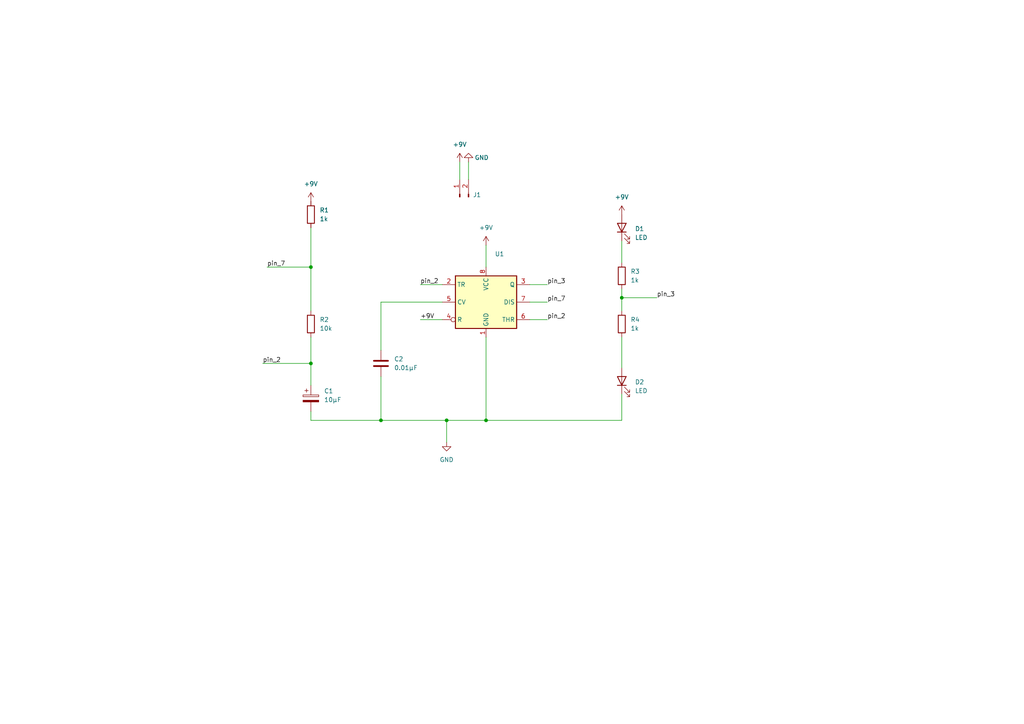
<source format=kicad_sch>
(kicad_sch (version 20211123) (generator eeschema)
  (paper "A4")
  (lib_symbols
    (symbol "Connector:Conn_01x02_Male" (pin_names (offset 1.016) hide)
      (property "Reference" "J" (at 0 2.54 0))
      (property "Value" "Conn_01x02_Male" (at 0 -5.08 0))
      (symbol "Conn_01x02_Male_1_1"
        (polyline (pts (xy 1.27 -2.54) (xy 0.8636 -2.54)) (stroke (width 0.1524)))
        (polyline (pts (xy 1.27 0) (xy 0.8636 0)) (stroke (width 0.1524)))
        (rectangle (start 0.8636 -2.413) (end 0 -2.667) (stroke (width 0.1524)) (fill (type outline)))
        (rectangle (start 0.8636 0.127) (end 0 -0.127) (stroke (width 0.1524)) (fill (type outline)))
        (pin passive line (at 5.08 0 180) (length 3.81) (name "Pin_1") (number "1"))
        (pin passive line (at 5.08 -2.54 180) (length 3.81) (name "Pin_2") (number "2"))
      )
    )
    (symbol "Device:C" (pin_numbers hide) (pin_names (offset 0.254))
      (property "Reference" "C" (at 0.635 2.54 0))
      (property "Value" "C" (at 0.635 -2.54 0))
      (symbol "C_0_1"
        (polyline (pts (xy -2.032 -0.762) (xy 2.032 -0.762)) (stroke (width 0.508)))
        (polyline (pts (xy -2.032 0.762) (xy 2.032 0.762)) (stroke (width 0.508)))
      )
      (symbol "C_1_1"
        (pin passive line (at 0 3.81 270) (length 2.794) (name "~") (number "1"))
        (pin passive line (at 0 -3.81 90) (length 2.794) (name "~") (number "2"))
      )
    )
    (symbol "Device:C_Polarized" (pin_numbers hide) (pin_names (offset 0.254))
      (property "Reference" "C" (at 0.635 2.54 0))
      (property "Value" "C_Polarized" (at 0.635 -2.54 0))
      (symbol "C_Polarized_0_1"
        (rectangle (start -2.286 0.508) (end 2.286 1.016))
        (polyline (pts (xy -1.778 2.286) (xy -0.762 2.286)))
        (polyline (pts (xy -1.27 2.794) (xy -1.27 1.778)))
        (rectangle (start 2.286 -0.508) (end -2.286 -1.016) (fill (type outline)))
      )
      (symbol "C_Polarized_1_1"
        (pin passive line (at 0 3.81 270) (length 2.794) (name "~") (number "1"))
        (pin passive line (at 0 -3.81 90) (length 2.794) (name "~") (number "2"))
      )
    )
    (symbol "Device:LED" (pin_numbers hide) (pin_names (offset 1.016) hide)
      (property "Reference" "D" (at 0 2.54 0))
      (property "Value" "LED" (at 0 -2.54 0))
      (symbol "LED_0_1"
        (polyline (pts (xy -1.27 -1.27) (xy -1.27 1.27)) (stroke (width 0.254)))
        (polyline (pts (xy -1.27 0) (xy 1.27 0)))
        (polyline (pts (xy 1.27 -1.27) (xy 1.27 1.27) (xy -1.27 0) (xy 1.27 -1.27)) (stroke (width 0.254)))
        (polyline (pts (xy -3.048 -0.762) (xy -4.572 -2.286) (xy -3.81 -2.286) (xy -4.572 -2.286) (xy -4.572 -1.524)))
        (polyline (pts (xy -1.778 -0.762) (xy -3.302 -2.286) (xy -2.54 -2.286) (xy -3.302 -2.286) (xy -3.302 -1.524)))
      )
      (symbol "LED_1_1"
        (pin passive line (at -3.81 0 0) (length 2.54) (name "K") (number "1"))
        (pin passive line (at 3.81 0 180) (length 2.54) (name "A") (number "2"))
      )
    )
    (symbol "Device:R" (pin_numbers hide) (pin_names (offset 0))
      (property "Reference" "R" (at 2.032 0 90))
      (property "Value" "R" (at 0 0 90))
      (symbol "R_0_1"
        (rectangle (start -1.016 -2.54) (end 1.016 2.54) (stroke (width 0.254)))
      )
      (symbol "R_1_1"
        (pin passive line (at 0 3.81 270) (length 1.27) (name "~") (number "1"))
        (pin passive line (at 0 -3.81 90) (length 1.27) (name "~") (number "2"))
      )
    )
    (symbol "Timer:NE555D"
      (property "Reference" "U" (at -10.16 8.89 0))
      (property "Value" "NE555D" (at 2.54 8.89 0))
      (symbol "NE555D_0_0"
        (pin power_in line (at 0 -10.16 90) (length 2.54) (name "GND") (number "1"))
        (pin power_in line (at 0 10.16 270) (length 2.54) (name "VCC") (number "8"))
      )
      (symbol "NE555D_0_1"
        (rectangle (start -8.89 -7.62) (end 8.89 7.62) (stroke (width 0.254)) (fill (type background)))
        (rectangle (start -8.89 -7.62) (end 8.89 7.62) (stroke (width 0.254)) (fill (type background)))
      )
      (symbol "NE555D_1_1"
        (pin input line (at -12.7 5.08 0) (length 3.81) (name "TR") (number "2"))
        (pin output line (at 12.7 5.08 180) (length 3.81) (name "Q") (number "3"))
        (pin input inverted (at -12.7 -5.08 0) (length 3.81) (name "R") (number "4"))
        (pin input line (at -12.7 0 0) (length 3.81) (name "CV") (number "5"))
        (pin input line (at 12.7 -5.08 180) (length 3.81) (name "THR") (number "6"))
        (pin input line (at 12.7 0 180) (length 3.81) (name "DIS") (number "7"))
      )
    )
    (symbol "power:+9V" (power) (pin_names (offset 0))
      (property "Value" "+9V" (at 0 3.556 0))
      (symbol "+9V_0_1"
        (polyline (pts (xy -0.762 1.27) (xy 0 2.54)))
        (polyline (pts (xy 0 0) (xy 0 2.54)))
        (polyline (pts (xy 0 2.54) (xy 0.762 1.27)))
      )
      (symbol "+9V_1_1"
        (pin power_in line (at 0 0 90) (length 0) hide (name "+9V") (number "1"))
      )
    )
    (symbol "power:GND" (power) (pin_names (offset 0))
      (property "Value" "GND" (at 0 -3.81 0))
      (symbol "GND_0_1"
        (polyline (pts (xy 0 0) (xy 0 -1.27) (xy 1.27 -1.27) (xy 0 -2.54) (xy -1.27 -1.27) (xy 0 -1.27)))
      )
      (symbol "GND_1_1"
        (pin power_in line (at 0 0 270) (length 0) hide (name "GND") (number "1"))
      )
    )
  )
  (junction (at 110.49 121.92))
  (junction (at 90.17 105.41))
  (junction (at 129.54 121.92))
  (junction (at 140.97 121.92))
  (junction (at 180.34 86.36))
  (junction (at 90.17 77.47))
  (wire (pts (xy 129.54 121.92) (xy 110.49 121.92)))
  (wire (pts (xy 128.27 87.63) (xy 110.49 87.63)))
  (wire (pts (xy 180.34 86.36) (xy 190.5 86.36)))
  (wire (pts (xy 90.17 77.47) (xy 90.17 90.17)))
  (wire (pts (xy 180.34 86.36) (xy 180.34 90.17)))
  (wire (pts (xy 129.54 121.92) (xy 129.54 128.27)))
  (wire (pts (xy 133.35 46.99) (xy 133.35 52.07)))
  (wire (pts (xy 129.54 121.92) (xy 140.97 121.92)))
  (wire (pts (xy 90.17 121.92) (xy 110.49 121.92)))
  (wire (pts (xy 77.47 77.47) (xy 90.17 77.47)))
  (wire (pts (xy 180.34 97.79) (xy 180.34 106.68)))
  (wire (pts (xy 180.34 121.92) (xy 180.34 114.3)))
  (wire (pts (xy 140.97 97.79) (xy 140.97 121.92)))
  (wire (pts (xy 110.49 121.92) (xy 110.49 109.22)))
  (wire (pts (xy 121.92 92.71) (xy 128.27 92.71)))
  (wire (pts (xy 121.92 82.55) (xy 128.27 82.55)))
  (wire (pts (xy 90.17 97.79) (xy 90.17 105.41)))
  (wire (pts (xy 153.67 87.63) (xy 158.75 87.63)))
  (wire (pts (xy 180.34 69.85) (xy 180.34 76.2)))
  (wire (pts (xy 140.97 121.92) (xy 180.34 121.92)))
  (wire (pts (xy 153.67 92.71) (xy 158.75 92.71)))
  (wire (pts (xy 140.97 71.12) (xy 140.97 77.47)))
  (wire (pts (xy 135.89 46.99) (xy 135.89 52.07)))
  (wire (pts (xy 180.34 83.82) (xy 180.34 86.36)))
  (wire (pts (xy 90.17 105.41) (xy 90.17 111.76)))
  (wire (pts (xy 90.17 66.04) (xy 90.17 77.47)))
  (wire (pts (xy 90.17 119.38) (xy 90.17 121.92)))
  (wire (pts (xy 76.2 105.41) (xy 90.17 105.41)))
  (wire (pts (xy 110.49 87.63) (xy 110.49 101.6)))
  (wire (pts (xy 153.67 82.55) (xy 158.75 82.55)))
  (label "pin_2" (at 76.2 105.41 0))
  (label "pin_2" (at 121.92 82.55 0))
  (label "+9V" (at 121.92 92.71 0))
  (label "pin_7" (at 77.47 77.47 0))
  (label "pin_7" (at 158.75 87.63 0))
  (label "pin_3" (at 158.75 82.55 0))
  (label "pin_3" (at 190.5 86.36 0))
  (label "pin_2" (at 158.75 92.71 0))
  (symbol (lib_id "power:GND") (at 129.54 128.27 0) (unit 1)
    (property "Reference" "#PWR0101" (effects hide))
    (property "Value" "GND" (at 129.54 133.35 0))
  )
  (symbol (lib_id "power:+9V") (at 180.34 62.23 0) (unit 1)
    (property "Reference" "#PWR0102" (effects hide))
    (property "Value" "+9V" (at 180.34 57.15 0))
  )
  (symbol (lib_id "Connector:Conn_01x02_Male") (at 133.35 57.15 90) (unit 1)
    (property "Reference" "J1" (at 137.16 56.5149 90) (effects (justify right)))
    (property "Value" "Conn_01x02_Male" (effects hide))
    (property "Footprint" "TerminalBlock:TerminalBlock_bornier-2_P5.08mm" (effects hide))
  )
  (symbol (lib_id "Device:R") (at 90.17 93.98 0) (unit 1)
    (property "Reference" "R2" (at 92.71 92.7099 0) (effects (justify left)))
    (property "Value" "10k" (at 92.71 95.2499 0) (effects (justify left)))
    (property "Footprint" "Resistor_SMD:R_0805_2012Metric_Pad1.20x1.40mm_HandSolder" (effects hide))
  )
  (symbol (lib_id "Device:C") (at 110.49 105.41 0) (unit 1)
    (property "Reference" "C2" (at 114.3 104.1399 0) (effects (justify left)))
    (property "Value" "0.01µF" (at 114.3 106.6799 0) (effects (justify left)))
    (property "Footprint" "Capacitor_SMD:C_0805_2012Metric_Pad1.18x1.45mm_HandSolder" (effects hide))
  )
  (symbol (lib_id "power:+9V") (at 90.17 58.42 0) (unit 1)
    (property "Reference" "#PWR0106" (effects hide))
    (property "Value" "+9V" (at 90.17 53.34 0))
  )
  (symbol (lib_id "Device:R") (at 180.34 80.01 0) (unit 1)
    (property "Reference" "R3" (at 182.88 78.7399 0) (effects (justify left)))
    (property "Value" "1k" (at 182.88 81.2799 0) (effects (justify left)))
    (property "Footprint" "Resistor_SMD:R_0805_2012Metric_Pad1.20x1.40mm_HandSolder" (effects hide))
  )
  (symbol (lib_id "Device:LED") (at 180.34 110.49 90) (unit 1)
    (property "Reference" "D2" (at 184.15 110.8074 90) (effects (justify right)))
    (property "Value" "LED" (at 184.15 113.3474 90) (effects (justify right)))
    (property "Footprint" "LED_SMD:LED_1206_3216Metric_Pad1.42x1.75mm_HandSolder" (effects hide))
  )
  (symbol (lib_id "power:+9V") (at 140.97 71.12 0) (unit 1)
    (property "Reference" "#PWR0103" (effects hide))
    (property "Value" "+9V" (at 140.97 66.04 0))
  )
  (symbol (lib_id "Device:R") (at 180.34 93.98 0) (unit 1)
    (property "Reference" "R4" (at 182.88 92.7099 0) (effects (justify left)))
    (property "Value" "1k" (at 182.88 95.2499 0) (effects (justify left)))
    (property "Footprint" "Resistor_SMD:R_0805_2012Metric_Pad1.20x1.40mm_HandSolder" (effects hide))
  )
  (symbol (lib_id "Device:LED") (at 180.34 66.04 90) (unit 1)
    (property "Reference" "D1" (at 184.15 66.3574 90) (effects (justify right)))
    (property "Value" "LED" (at 184.15 68.8974 90) (effects (justify right)))
    (property "Footprint" "LED_SMD:LED_1206_3216Metric_Pad1.42x1.75mm_HandSolder" (effects hide))
  )
  (symbol (lib_id "power:+9V") (at 133.35 46.99 0) (unit 1)
    (property "Reference" "#PWR0104" (effects hide))
    (property "Value" "+9V" (at 133.35 41.91 0))
  )
  (symbol (lib_id "Timer:NE555D") (at 140.97 87.63 0) (unit 1)
    (property "Reference" "U1" (at 143.51 73.66 0) (effects (justify left)))
    (property "Value" "NE555D" (effects hide))
    (property "Footprint" "Package_SO:SOIC-8-1EP_3.9x4.9mm_P1.27mm_EP2.29x3mm" (effects hide))
    (property "Datasheet" "http://www.ti.com/lit/ds/symlink/ne555.pdf" (effects hide))
  )
  (symbol (lib_id "Device:C_Polarized") (at 90.17 115.57 0) (unit 1)
    (property "Reference" "C1" (at 93.98 113.4109 0) (effects (justify left)))
    (property "Value" "10µF" (at 93.98 115.9509 0) (effects (justify left)))
    (property "Footprint" "Capacitor_Tantalum_SMD:CP_EIA-3216-18_Kemet-A_Pad1.58x1.35mm_HandSolder" (effects hide))
  )
  (symbol (lib_id "power:GND") (at 135.89 46.99 180) (unit 1)
    (property "Reference" "#PWR0105" (effects hide))
    (property "Value" "GND" (at 139.7 45.72 0))
  )
  (symbol (lib_id "Device:R") (at 90.17 62.23 0) (unit 1)
    (property "Reference" "R1" (at 92.71 60.9599 0) (effects (justify left)))
    (property "Value" "1k" (at 92.71 63.4999 0) (effects (justify left)))
    (property "Footprint" "Resistor_SMD:R_0805_2012Metric_Pad1.20x1.40mm_HandSolder" (effects hide))
  )
)
</source>
